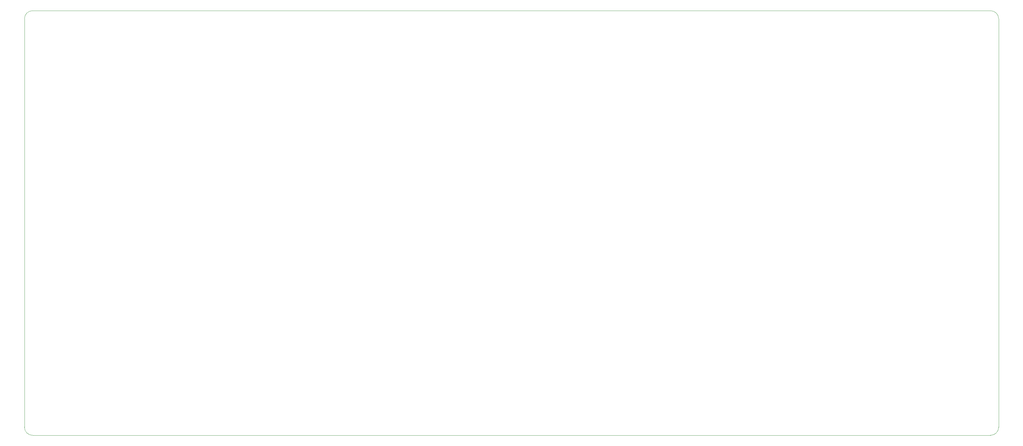
<source format=gbr>
G04 #@! TF.GenerationSoftware,KiCad,Pcbnew,(5.1.6)-1*
G04 #@! TF.CreationDate,2020-11-14T19:48:55+01:00*
G04 #@! TF.ProjectId,punk75,70756e6b-3735-42e6-9b69-6361645f7063,rev?*
G04 #@! TF.SameCoordinates,Original*
G04 #@! TF.FileFunction,Profile,NP*
%FSLAX46Y46*%
G04 Gerber Fmt 4.6, Leading zero omitted, Abs format (unit mm)*
G04 Created by KiCad (PCBNEW (5.1.6)-1) date 2020-11-14 19:48:55*
%MOMM*%
%LPD*%
G01*
G04 APERTURE LIST*
G04 #@! TA.AperFunction,Profile*
%ADD10C,0.050000*%
G04 #@! TD*
G04 APERTURE END LIST*
D10*
X362743750Y-105568750D02*
X81756250Y-105568750D01*
X362743750Y-230187500D02*
X81756250Y-230187500D01*
X365125000Y-107950000D02*
X365125000Y-227806250D01*
X362743750Y-105568750D02*
G75*
G02*
X365125000Y-107950000I0J-2381250D01*
G01*
X79375000Y-107950000D02*
G75*
G02*
X81756250Y-105568750I2381250J0D01*
G01*
X79375000Y-107950000D02*
X79375000Y-227806250D01*
X81756250Y-230187500D02*
G75*
G02*
X79375000Y-227806250I0J2381250D01*
G01*
X365125000Y-227806250D02*
G75*
G02*
X362743750Y-230187500I-2381250J0D01*
G01*
M02*

</source>
